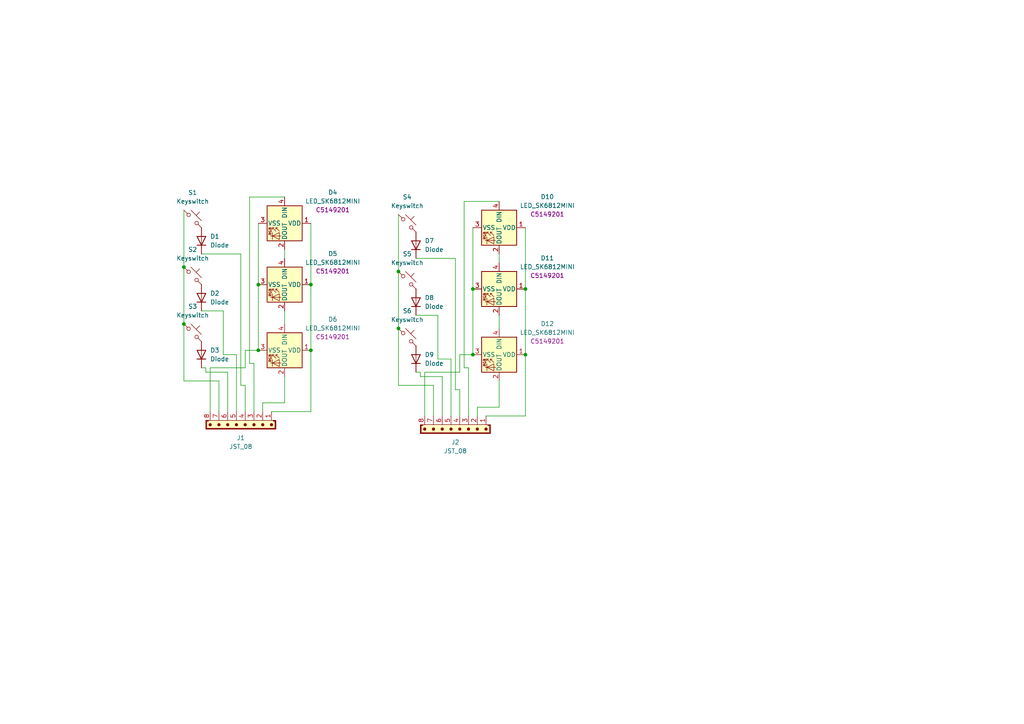
<source format=kicad_sch>
(kicad_sch (version 20250114) (generator "eeschema") (generator_version "9.0")
  (paper "A4")
  (lib_symbols
    (symbol "PCM_SL_Connectors:JST_08"
      (property "Reference" "J" (at 0 15.24 0))
      (property "Value" "JST_08" (at 0 12.7 0))
      (symbol "JST_08_0_1"
        (rectangle (start -1.27 10.16) (end 1.27 -10.16) (fill (type background)))
        (polyline (pts (xy -1.27 -9.398) (xy -1.27 -10.16) (xy 1.27 -10.16) (xy 1.27 -9.398) (xy 1.016 -9.398) (xy 1.016 -9.906) (xy -1.016 -9.906) (xy -1.016 -9.398) (xy -1.27 -9.398)) (fill (type outline)))
        (circle (center 0 8.89) (radius 0.381) (fill (type outline)))
        (circle (center 0 6.35) (radius 0.381) (fill (type outline)))
        (circle (center 0 3.81) (radius 0.381) (fill (type outline)))
        (circle (center 0 1.27) (radius 0.381) (fill (type outline)))
        (circle (center 0 -1.27) (radius 0.381) (fill (type outline)))
        (circle (center 0 -3.81) (radius 0.381) (fill (type outline)))
        (circle (center 0 -6.35) (radius 0.381) (fill (type outline)))
        (circle (center 0 -8.89) (radius 0.381) (fill (type outline)))
        (rectangle (start 1.016 9.398) (end 1.27 -9.398) (fill (type outline)))
        (rectangle (start 1.016 -4.318) (end 1.27 -4.318))
        (polyline (pts (xy 1.27 9.398) (xy 1.27 10.16) (xy -1.27 10.16) (xy -1.27 9.398) (xy -1.016 9.398) (xy -1.016 9.906) (xy 1.016 9.906) (xy 1.016 9.398) (xy 1.27 9.398)) (fill (type outline)))
      )
      (symbol "JST_08_1_1"
        (pin passive line (at -3.81 8.89 0) (length 2.54) (name "") (number "1"))
        (pin passive line (at -3.81 6.35 0) (length 2.54) (name "") (number "2"))
        (pin passive line (at -3.81 3.81 0) (length 2.54) (name "") (number "3"))
        (pin passive line (at -3.81 1.27 0) (length 2.54) (name "") (number "4"))
        (pin passive line (at -3.81 -1.27 0) (length 2.54) (name "") (number "5"))
        (pin passive line (at -3.81 -3.81 0) (length 2.54) (name "") (number "6"))
        (pin passive line (at -3.81 -6.35 0) (length 2.54) (name "") (number "7"))
        (pin passive line (at -3.81 -8.89 0) (length 2.54) (name "") (number "8"))
      )
    )
    (symbol "ScottoKeebs:LED_SK6812MINI" (pin_names (offset 0.254))
      (property "Reference" "D" (at 2.032 5.588 0))
      (property "Value" "LED_SK6812MINI" (at 1.27 -5.715 0))
      (property "LCSC" "C5149201" (at 0 0 0))
      (symbol "LED_SK6812MINI_0_0"
        (text "RGB" (at 2.286 -4.191 0) (effects (font (size 0.762 0.762))))
      )
      (symbol "LED_SK6812MINI_0_1"
        (rectangle (start -5.08 5.08) (end 5.08 -5.08) (stroke (width 0.254)) (fill (type background)))
        (polyline (pts (xy 1.27 -2.54) (xy 1.778 -2.54)))
        (polyline (pts (xy 1.27 -3.556) (xy 1.778 -3.556)))
        (polyline (pts (xy 2.286 -1.524) (xy 1.27 -2.54) (xy 1.27 -2.032)))
        (polyline (pts (xy 2.286 -2.54) (xy 1.27 -3.556) (xy 1.27 -3.048)))
        (polyline (pts (xy 3.683 -1.016) (xy 3.683 -3.556) (xy 3.683 -4.064)))
        (polyline (pts (xy 4.699 -1.524) (xy 2.667 -1.524) (xy 3.683 -3.556) (xy 4.699 -1.524)))
        (polyline (pts (xy 4.699 -3.556) (xy 2.667 -3.556)))
      )
      (symbol "LED_SK6812MINI_1_1"
        (pin input line (at -7.62 0 0) (length 2.54) (name "DIN") (number "4"))
        (pin power_in line (at 0 7.62 270) (length 2.54) (name "VDD") (number "1"))
        (pin power_in line (at 0 -7.62 90) (length 2.54) (name "VSS") (number "3"))
        (pin output line (at 7.62 0 180) (length 2.54) (name "DOUT") (number "2"))
      )
    )
    (symbol "ScottoKeebs:Placeholder_Diode" (pin_numbers (hide yes)) (pin_names (hide yes))
      (property "Reference" "D" (at 0 2.54 0))
      (property "Value" "Diode" (at 0 -2.54 0))
      (symbol "Placeholder_Diode_0_1"
        (polyline (pts (xy -1.27 1.27) (xy -1.27 -1.27)) (stroke (width 0.254)))
        (polyline (pts (xy 1.27 1.27) (xy 1.27 -1.27) (xy -1.27 0) (xy 1.27 1.27)) (stroke (width 0.254)))
        (polyline (pts (xy 1.27 0) (xy -1.27 0)))
      )
      (symbol "Placeholder_Diode_1_1"
        (pin passive line (at -3.81 0 0) (length 2.54) (name "K") (number "1"))
        (pin passive line (at 3.81 0 180) (length 2.54) (name "A") (number "2"))
      )
    )
    (symbol "ScottoKeebs:Placeholder_Keyswitch" (pin_numbers (hide yes)) (pin_names (offset 1.016) (hide yes))
      (property "Reference" "S" (at 3.048 1.016 0))
      (property "Value" "Keyswitch" (at 0 -3.81 0))
      (symbol "Placeholder_Keyswitch_0_1"
        (polyline (pts (xy -2.54 2.54) (xy -1.524 1.524) (xy -1.524 1.524)))
        (circle (center -1.1684 1.1684) (radius 0.508))
        (polyline (pts (xy -0.508 2.54) (xy 2.54 -0.508)))
        (polyline (pts (xy 1.016 1.016) (xy 2.032 2.032)))
        (circle (center 1.143 -1.1938) (radius 0.508))
        (polyline (pts (xy 1.524 -1.524) (xy 2.54 -2.54) (xy 2.54 -2.54) (xy 2.54 -2.54)))
        (pin passive line (at -2.54 2.54 0) (length 0) (name "1") (number "1"))
        (pin passive line (at 2.54 -2.54 180) (length 0) (name "2") (number "2"))
      )
    )
  )
  (junction (at 137.16 83.82))
  (junction (at 90.17 82.55))
  (junction (at 152.4 102.87))
  (junction (at 90.17 101.6))
  (junction (at 152.4 83.82))
  (junction (at 115.57 95.25))
  (junction (at 115.57 78.74))
  (junction (at 137.16 102.87))
  (junction (at 53.34 77.47))
  (junction (at 53.34 93.98))
  (junction (at 74.93 82.55))
  (junction (at 74.93 101.6))
  (wire (pts (xy 115.57 78.74) (xy 115.57 95.25)))
  (wire (pts (xy 133.35 102.87) (xy 133.35 107.95)))
  (wire (pts (xy 76.2 116.84) (xy 76.2 119.38)))
  (wire (pts (xy 82.55 72.39) (xy 82.55 74.93)))
  (wire (pts (xy 53.34 77.47) (xy 53.34 93.98)))
  (wire (pts (xy 130.81 104.14) (xy 130.81 120.65)))
  (wire (pts (xy 152.4 83.82) (xy 152.4 102.87)))
  (wire (pts (xy 128.27 109.22) (xy 128.27 120.65)))
  (wire (pts (xy 132.08 113.03) (xy 133.35 113.03)))
  (wire (pts (xy 90.17 101.6) (xy 90.17 119.38)))
  (wire (pts (xy 64.77 102.87) (xy 68.58 102.87)))
  (wire (pts (xy 60.96 106.68) (xy 60.96 119.38)))
  (wire (pts (xy 123.19 107.95) (xy 123.19 120.65)))
  (wire (pts (xy 135.89 106.68) (xy 135.89 120.65)))
  (wire (pts (xy 53.34 110.49) (xy 63.5 110.49)))
  (wire (pts (xy 90.17 82.55) (xy 90.17 101.6)))
  (wire (pts (xy 134.62 106.68) (xy 135.89 106.68)))
  (wire (pts (xy 133.35 107.95) (xy 123.19 107.95)))
  (wire (pts (xy 115.57 62.23) (xy 115.57 78.74)))
  (wire (pts (xy 120.65 107.95) (xy 121.92 107.95)))
  (wire (pts (xy 63.5 110.49) (xy 63.5 119.38)))
  (wire (pts (xy 121.92 107.95) (xy 121.92 109.22)))
  (wire (pts (xy 90.17 64.77) (xy 90.17 82.55)))
  (wire (pts (xy 90.17 119.38) (xy 78.74 119.38)))
  (wire (pts (xy 82.55 90.17) (xy 82.55 93.98)))
  (wire (pts (xy 64.77 90.17) (xy 64.77 102.87)))
  (wire (pts (xy 58.42 90.17) (xy 64.77 90.17)))
  (wire (pts (xy 115.57 95.25) (xy 115.57 111.76)))
  (wire (pts (xy 115.57 111.76) (xy 125.73 111.76)))
  (wire (pts (xy 58.42 106.68) (xy 59.69 106.68)))
  (wire (pts (xy 144.78 110.49) (xy 144.78 118.11)))
  (wire (pts (xy 138.43 118.11) (xy 138.43 120.65)))
  (wire (pts (xy 72.39 105.41) (xy 73.66 105.41)))
  (wire (pts (xy 152.4 102.87) (xy 152.4 120.65)))
  (wire (pts (xy 74.93 82.55) (xy 74.93 101.6)))
  (wire (pts (xy 73.66 105.41) (xy 73.66 119.38)))
  (wire (pts (xy 82.55 57.15) (xy 72.39 57.15)))
  (wire (pts (xy 82.55 109.22) (xy 82.55 116.84)))
  (wire (pts (xy 58.42 73.66) (xy 69.85 73.66)))
  (wire (pts (xy 137.16 66.04) (xy 137.16 83.82)))
  (wire (pts (xy 69.85 111.76) (xy 71.12 111.76)))
  (wire (pts (xy 144.78 91.44) (xy 144.78 95.25)))
  (wire (pts (xy 137.16 102.87) (xy 133.35 102.87)))
  (wire (pts (xy 121.92 109.22) (xy 128.27 109.22)))
  (wire (pts (xy 127 104.14) (xy 130.81 104.14)))
  (wire (pts (xy 144.78 73.66) (xy 144.78 76.2)))
  (wire (pts (xy 82.55 116.84) (xy 76.2 116.84)))
  (wire (pts (xy 68.58 102.87) (xy 68.58 119.38)))
  (wire (pts (xy 120.65 91.44) (xy 127 91.44)))
  (wire (pts (xy 71.12 111.76) (xy 71.12 119.38)))
  (wire (pts (xy 120.65 74.93) (xy 132.08 74.93)))
  (wire (pts (xy 59.69 107.95) (xy 66.04 107.95)))
  (wire (pts (xy 144.78 58.42) (xy 134.62 58.42)))
  (wire (pts (xy 72.39 57.15) (xy 72.39 105.41)))
  (wire (pts (xy 127 91.44) (xy 127 104.14)))
  (wire (pts (xy 74.93 64.77) (xy 74.93 82.55)))
  (wire (pts (xy 152.4 66.04) (xy 152.4 83.82)))
  (wire (pts (xy 59.69 106.68) (xy 59.69 107.95)))
  (wire (pts (xy 152.4 120.65) (xy 140.97 120.65)))
  (wire (pts (xy 71.12 106.68) (xy 60.96 106.68)))
  (wire (pts (xy 133.35 113.03) (xy 133.35 120.65)))
  (wire (pts (xy 53.34 93.98) (xy 53.34 110.49)))
  (wire (pts (xy 66.04 107.95) (xy 66.04 119.38)))
  (wire (pts (xy 125.73 111.76) (xy 125.73 120.65)))
  (wire (pts (xy 69.85 73.66) (xy 69.85 111.76)))
  (wire (pts (xy 137.16 83.82) (xy 137.16 102.87)))
  (wire (pts (xy 134.62 58.42) (xy 134.62 106.68)))
  (wire (pts (xy 74.93 101.6) (xy 71.12 101.6)))
  (wire (pts (xy 132.08 74.93) (xy 132.08 113.03)))
  (wire (pts (xy 144.78 118.11) (xy 138.43 118.11)))
  (wire (pts (xy 71.12 101.6) (xy 71.12 106.68)))
  (wire (pts (xy 53.34 60.96) (xy 53.34 77.47)))
  (symbol (lib_id "ScottoKeebs:Placeholder_Diode") (at 120.65 71.12 90) (unit 1)
    (property "Reference" "D7" (at 123.19 69.8499 90) (effects (justify right)))
    (property "Value" "Diode" (at 123.19 72.3899 90) (effects (justify right)))
    (property "Description" "1N4148 (DO-35) or 1N4148W (SOD-123)" (effects (hide yes)))
    (property "Sim.Device" "D" (effects (hide yes)))
    (property "Sim.Pins" "1=K 2=A" (effects (hide yes)))
  )
  (symbol (lib_id "ScottoKeebs:Placeholder_Keyswitch") (at 118.11 81.28 0) (unit 1)
    (property "Reference" "S5" (at 118.11 73.66 0))
    (property "Value" "Keyswitch" (at 118.11 76.2 0))
    (property "Description" "Push button switch, normally open, two pins, 45° tilted" (effects (hide yes)))
  )
  (symbol (lib_id "ScottoKeebs:Placeholder_Keyswitch") (at 55.88 63.5 0) (unit 1)
    (property "Reference" "S1" (at 55.88 55.88 0))
    (property "Value" "Keyswitch" (at 55.88 58.42 0))
    (property "Description" "Push button switch, normally open, two pins, 45° tilted" (effects (hide yes)))
  )
  (symbol (lib_id "ScottoKeebs:LED_SK6812MINI") (at 82.55 82.55 270) (unit 1)
    (property "Reference" "D5" (at 96.52 73.5898 90))
    (property "Value" "LED_SK6812MINI" (at 96.52 76.1298 90))
    (property "Footprint" "ScottoKeebs_Components:LED_SK6812MINI" (effects (hide yes)))
    (property "Datasheet" "https://cdn-shop.adafruit.com/product-files/2686/SK6812MINI_REV.01-1-2.pdf" (effects (hide yes)))
    (property "Description" "RGB LED with integrated controller" (effects (hide yes)))
    (property "LCSC" "C5149201" (at 96.52 78.6698 90))
  )
  (symbol (lib_id "PCM_SL_Connectors:JST_08") (at 69.85 123.19 270) (unit 1)
    (property "Reference" "J1" (at 69.85 127 90))
    (property "Value" "JST_08" (at 69.85 129.54 90))
    (property "Footprint" "Connector_JST:JST_EH_B8B-EH-A_1x08_P2.50mm_Vertical" (effects (hide yes)))
    (property "Description" "JST Connector  8 pins" (effects (hide yes)))
  )
  (symbol (lib_id "PCM_SL_Connectors:JST_08") (at 132.08 124.46 270) (unit 1)
    (property "Reference" "J2" (at 132.08 128.27 90))
    (property "Value" "JST_08" (at 132.08 130.81 90))
    (property "Footprint" "Connector_JST:JST_EH_B8B-EH-A_1x08_P2.50mm_Vertical" (effects (hide yes)))
    (property "Description" "JST Connector  8 pins" (effects (hide yes)))
  )
  (symbol (lib_id "ScottoKeebs:Placeholder_Keyswitch") (at 118.11 64.77 0) (unit 1)
    (property "Reference" "S4" (at 118.11 57.15 0))
    (property "Value" "Keyswitch" (at 118.11 59.69 0))
    (property "Description" "Push button switch, normally open, two pins, 45° tilted" (effects (hide yes)))
  )
  (symbol (lib_id "ScottoKeebs:LED_SK6812MINI") (at 82.55 101.6 270) (unit 1)
    (property "Reference" "D6" (at 96.52 92.6398 90))
    (property "Value" "LED_SK6812MINI" (at 96.52 95.1798 90))
    (property "Footprint" "ScottoKeebs_Components:LED_SK6812MINI" (effects (hide yes)))
    (property "Datasheet" "https://cdn-shop.adafruit.com/product-files/2686/SK6812MINI_REV.01-1-2.pdf" (effects (hide yes)))
    (property "Description" "RGB LED with integrated controller" (effects (hide yes)))
    (property "LCSC" "C5149201" (at 96.52 97.7198 90))
  )
  (symbol (lib_id "ScottoKeebs:Placeholder_Diode") (at 58.42 86.36 90) (unit 1)
    (property "Reference" "D2" (at 60.96 85.0899 90) (effects (justify right)))
    (property "Value" "Diode" (at 60.96 87.6299 90) (effects (justify right)))
    (property "Description" "1N4148 (DO-35) or 1N4148W (SOD-123)" (effects (hide yes)))
    (property "Sim.Device" "D" (effects (hide yes)))
    (property "Sim.Pins" "1=K 2=A" (effects (hide yes)))
  )
  (symbol (lib_id "ScottoKeebs:LED_SK6812MINI") (at 144.78 83.82 270) (unit 1)
    (property "Reference" "D11" (at 158.75 74.8598 90))
    (property "Value" "LED_SK6812MINI" (at 158.75 77.3998 90))
    (property "Footprint" "ScottoKeebs_Components:LED_SK6812MINI" (effects (hide yes)))
    (property "Datasheet" "https://cdn-shop.adafruit.com/product-files/2686/SK6812MINI_REV.01-1-2.pdf" (effects (hide yes)))
    (property "Description" "RGB LED with integrated controller" (effects (hide yes)))
    (property "LCSC" "C5149201" (at 158.75 79.9398 90))
  )
  (symbol (lib_id "ScottoKeebs:LED_SK6812MINI") (at 82.55 64.77 270) (unit 1)
    (property "Reference" "D4" (at 96.52 55.8098 90))
    (property "Value" "LED_SK6812MINI" (at 96.52 58.3498 90))
    (property "Footprint" "ScottoKeebs_Components:LED_SK6812MINI" (effects (hide yes)))
    (property "Datasheet" "https://cdn-shop.adafruit.com/product-files/2686/SK6812MINI_REV.01-1-2.pdf" (effects (hide yes)))
    (property "Description" "RGB LED with integrated controller" (effects (hide yes)))
    (property "LCSC" "C5149201" (at 96.52 60.8898 90))
  )
  (symbol (lib_id "ScottoKeebs:Placeholder_Diode") (at 120.65 87.63 90) (unit 1)
    (property "Reference" "D8" (at 123.19 86.3599 90) (effects (justify right)))
    (property "Value" "Diode" (at 123.19 88.8999 90) (effects (justify right)))
    (property "Description" "1N4148 (DO-35) or 1N4148W (SOD-123)" (effects (hide yes)))
    (property "Sim.Device" "D" (effects (hide yes)))
    (property "Sim.Pins" "1=K 2=A" (effects (hide yes)))
  )
  (symbol (lib_id "ScottoKeebs:Placeholder_Keyswitch") (at 55.88 80.01 0) (unit 1)
    (property "Reference" "S2" (at 55.88 72.39 0))
    (property "Value" "Keyswitch" (at 55.88 74.93 0))
    (property "Description" "Push button switch, normally open, two pins, 45° tilted" (effects (hide yes)))
  )
  (symbol (lib_id "ScottoKeebs:LED_SK6812MINI") (at 144.78 102.87 270) (unit 1)
    (property "Reference" "D12" (at 158.75 93.9098 90))
    (property "Value" "LED_SK6812MINI" (at 158.75 96.4498 90))
    (property "Footprint" "ScottoKeebs_Components:LED_SK6812MINI" (effects (hide yes)))
    (property "Datasheet" "https://cdn-shop.adafruit.com/product-files/2686/SK6812MINI_REV.01-1-2.pdf" (effects (hide yes)))
    (property "Description" "RGB LED with integrated controller" (effects (hide yes)))
    (property "LCSC" "C5149201" (at 158.75 98.9898 90))
  )
  (symbol (lib_id "ScottoKeebs:Placeholder_Keyswitch") (at 118.11 97.79 0) (unit 1)
    (property "Reference" "S6" (at 118.11 90.17 0))
    (property "Value" "Keyswitch" (at 118.11 92.71 0))
    (property "Description" "Push button switch, normally open, two pins, 45° tilted" (effects (hide yes)))
  )
  (symbol (lib_id "ScottoKeebs:Placeholder_Diode") (at 120.65 104.14 90) (unit 1)
    (property "Reference" "D9" (at 123.19 102.8699 90) (effects (justify right)))
    (property "Value" "Diode" (at 123.19 105.4099 90) (effects (justify right)))
    (property "Description" "1N4148 (DO-35) or 1N4148W (SOD-123)" (effects (hide yes)))
    (property "Sim.Device" "D" (effects (hide yes)))
    (property "Sim.Pins" "1=K 2=A" (effects (hide yes)))
  )
  (symbol (lib_id "ScottoKeebs:LED_SK6812MINI") (at 144.78 66.04 270) (unit 1)
    (property "Reference" "D10" (at 158.75 57.0798 90))
    (property "Value" "LED_SK6812MINI" (at 158.75 59.6198 90))
    (property "Footprint" "ScottoKeebs_Components:LED_SK6812MINI" (effects (hide yes)))
    (property "Datasheet" "https://cdn-shop.adafruit.com/product-files/2686/SK6812MINI_REV.01-1-2.pdf" (effects (hide yes)))
    (property "Description" "RGB LED with integrated controller" (effects (hide yes)))
    (property "LCSC" "C5149201" (at 158.75 62.1598 90))
  )
  (symbol (lib_id "ScottoKeebs:Placeholder_Keyswitch") (at 55.88 96.52 0) (unit 1)
    (property "Reference" "S3" (at 55.88 88.9 0))
    (property "Value" "Keyswitch" (at 55.88 91.44 0))
    (property "Description" "Push button switch, normally open, two pins, 45° tilted" (effects (hide yes)))
  )
  (symbol (lib_id "ScottoKeebs:Placeholder_Diode") (at 58.42 102.87 90) (unit 1)
    (property "Reference" "D3" (at 60.96 101.5999 90) (effects (justify right)))
    (property "Value" "Diode" (at 60.96 104.1399 90) (effects (justify right)))
    (property "Description" "1N4148 (DO-35) or 1N4148W (SOD-123)" (effects (hide yes)))
    (property "Sim.Device" "D" (effects (hide yes)))
    (property "Sim.Pins" "1=K 2=A" (effects (hide yes)))
  )
  (symbol (lib_id "ScottoKeebs:Placeholder_Diode") (at 58.42 69.85 90) (unit 1)
    (property "Reference" "D1" (at 60.96 68.5799 90) (effects (justify right)))
    (property "Value" "Diode" (at 60.96 71.1199 90) (effects (justify right)))
    (property "Description" "1N4148 (DO-35) or 1N4148W (SOD-123)" (effects (hide yes)))
    (property "Sim.Device" "D" (effects (hide yes)))
    (property "Sim.Pins" "1=K 2=A" (effects (hide yes)))
  )
)
</source>
